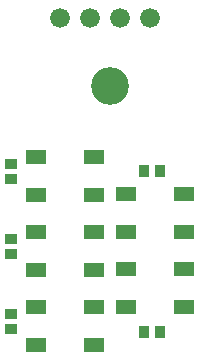
<source format=gbr>
G04 EAGLE Gerber RS-274X export*
G75*
%MOMM*%
%FSLAX34Y34*%
%LPD*%
%INSoldermask Bottom*%
%IPPOS*%
%AMOC8*
5,1,8,0,0,1.08239X$1,22.5*%
G01*
%ADD10C,3.200400*%
%ADD11R,1.652400X1.152400*%
%ADD12R,1.052400X0.852400*%
%ADD13R,0.852400X1.052400*%
%ADD14C,1.676400*%


D10*
X95250Y254000D03*
D11*
X32650Y34800D03*
X32650Y66800D03*
X81650Y66800D03*
X81650Y34800D03*
X108850Y66550D03*
X108850Y98550D03*
X157850Y98550D03*
X157850Y66550D03*
X32650Y98300D03*
X32650Y130300D03*
X81650Y130300D03*
X81650Y98300D03*
X108850Y130050D03*
X108850Y162050D03*
X157850Y162050D03*
X157850Y130050D03*
X32650Y161800D03*
X32650Y193800D03*
X81650Y193800D03*
X81650Y161800D03*
D12*
X11430Y48110D03*
X11430Y61110D03*
D13*
X124310Y45720D03*
X137310Y45720D03*
D12*
X11430Y111610D03*
X11430Y124610D03*
D13*
X124310Y181610D03*
X137310Y181610D03*
D12*
X11430Y175110D03*
X11430Y188110D03*
D14*
X129540Y311150D03*
X104140Y311150D03*
X78740Y311150D03*
X53340Y311150D03*
M02*

</source>
